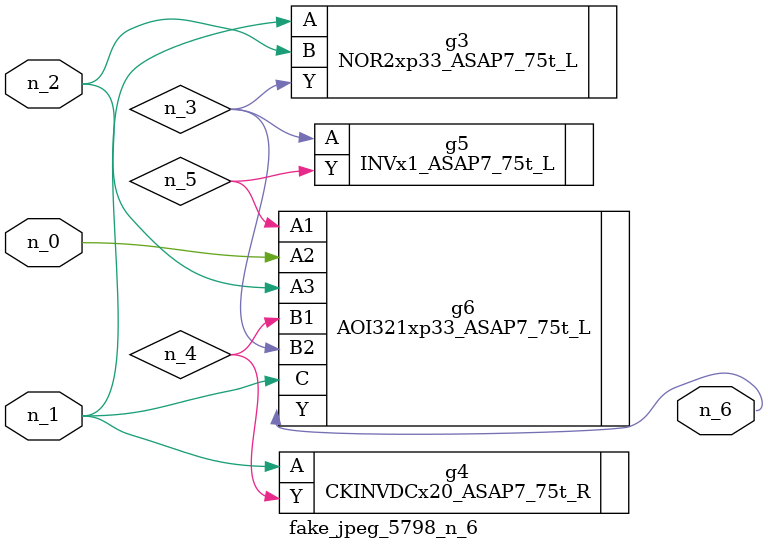
<source format=v>
module fake_jpeg_5798_n_6 (n_0, n_2, n_1, n_6);

input n_0;
input n_2;
input n_1;

output n_6;

wire n_3;
wire n_4;
wire n_5;

NOR2xp33_ASAP7_75t_L g3 ( 
.A(n_1),
.B(n_2),
.Y(n_3)
);

CKINVDCx20_ASAP7_75t_R g4 ( 
.A(n_1),
.Y(n_4)
);

INVx1_ASAP7_75t_L g5 ( 
.A(n_3),
.Y(n_5)
);

AOI321xp33_ASAP7_75t_L g6 ( 
.A1(n_5),
.A2(n_0),
.A3(n_2),
.B1(n_4),
.B2(n_3),
.C(n_1),
.Y(n_6)
);


endmodule
</source>
